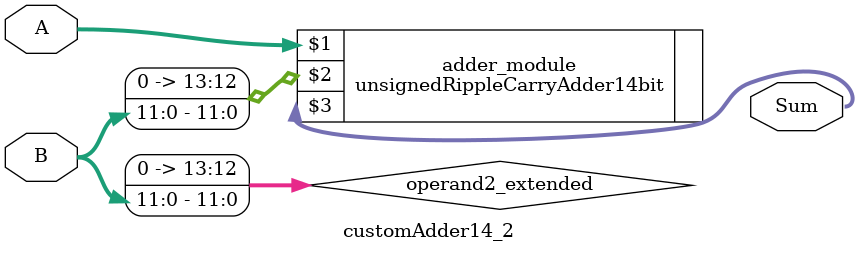
<source format=v>

module customAdder14_2(
                    input [13 : 0] A,
                    input [11 : 0] B,
                    
                    output [14 : 0] Sum
            );

    wire [13 : 0] operand2_extended;
    
    assign operand2_extended =  {2'b0, B};
    
    unsignedRippleCarryAdder14bit adder_module(
        A,
        operand2_extended,
        Sum
    );
    
endmodule
        
</source>
